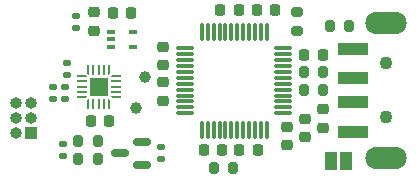
<source format=gbr>
%TF.GenerationSoftware,KiCad,Pcbnew,(7.0.0)*%
%TF.CreationDate,2023-03-08T14:18:51-08:00*%
%TF.ProjectId,ovrdrive,6f767264-7269-4766-952e-6b696361645f,rev?*%
%TF.SameCoordinates,Original*%
%TF.FileFunction,Soldermask,Top*%
%TF.FilePolarity,Negative*%
%FSLAX46Y46*%
G04 Gerber Fmt 4.6, Leading zero omitted, Abs format (unit mm)*
G04 Created by KiCad (PCBNEW (7.0.0)) date 2023-03-08 14:18:51*
%MOMM*%
%LPD*%
G01*
G04 APERTURE LIST*
G04 Aperture macros list*
%AMRoundRect*
0 Rectangle with rounded corners*
0 $1 Rounding radius*
0 $2 $3 $4 $5 $6 $7 $8 $9 X,Y pos of 4 corners*
0 Add a 4 corners polygon primitive as box body*
4,1,4,$2,$3,$4,$5,$6,$7,$8,$9,$2,$3,0*
0 Add four circle primitives for the rounded corners*
1,1,$1+$1,$2,$3*
1,1,$1+$1,$4,$5*
1,1,$1+$1,$6,$7*
1,1,$1+$1,$8,$9*
0 Add four rect primitives between the rounded corners*
20,1,$1+$1,$2,$3,$4,$5,0*
20,1,$1+$1,$4,$5,$6,$7,0*
20,1,$1+$1,$6,$7,$8,$9,0*
20,1,$1+$1,$8,$9,$2,$3,0*%
%AMFreePoly0*
4,1,14,0.289644,0.110355,0.410355,-0.010356,0.425000,-0.045711,0.425000,-0.075000,0.410355,-0.110355,0.375000,-0.125000,-0.375000,-0.125000,-0.410355,-0.110355,-0.425000,-0.075000,-0.425000,0.075000,-0.410355,0.110355,-0.375000,0.125000,0.254289,0.125000,0.289644,0.110355,0.289644,0.110355,$1*%
%AMFreePoly1*
4,1,14,0.410355,0.110355,0.425000,0.075000,0.425000,0.045711,0.410355,0.010356,0.289644,-0.110355,0.254289,-0.125000,-0.375000,-0.125000,-0.410355,-0.110355,-0.425000,-0.075000,-0.425000,0.075000,-0.410355,0.110355,-0.375000,0.125000,0.375000,0.125000,0.410355,0.110355,0.410355,0.110355,$1*%
%AMFreePoly2*
4,1,14,0.110355,0.410355,0.125000,0.375000,0.125000,-0.375000,0.110355,-0.410355,0.075000,-0.425000,-0.075000,-0.425000,-0.110355,-0.410355,-0.125000,-0.375000,-0.125000,0.254289,-0.110355,0.289644,0.010356,0.410355,0.045711,0.425000,0.075000,0.425000,0.110355,0.410355,0.110355,0.410355,$1*%
%AMFreePoly3*
4,1,14,-0.010356,0.410355,0.110355,0.289644,0.125000,0.254289,0.125000,-0.375000,0.110355,-0.410355,0.075000,-0.425000,-0.075000,-0.425000,-0.110355,-0.410355,-0.125000,-0.375000,-0.125000,0.375000,-0.110355,0.410355,-0.075000,0.425000,-0.045711,0.425000,-0.010356,0.410355,-0.010356,0.410355,$1*%
%AMFreePoly4*
4,1,14,0.410355,0.110355,0.425000,0.075000,0.425000,-0.075000,0.410355,-0.110355,0.375000,-0.125000,-0.254289,-0.125000,-0.289644,-0.110355,-0.410355,0.010356,-0.425000,0.045711,-0.425000,0.075000,-0.410355,0.110355,-0.375000,0.125000,0.375000,0.125000,0.410355,0.110355,0.410355,0.110355,$1*%
%AMFreePoly5*
4,1,14,0.410355,0.110355,0.425000,0.075000,0.425000,-0.075000,0.410355,-0.110355,0.375000,-0.125000,-0.375000,-0.125000,-0.410355,-0.110355,-0.425000,-0.075000,-0.425000,-0.045711,-0.410355,-0.010355,-0.289643,0.110355,-0.254289,0.125000,0.375000,0.125000,0.410355,0.110355,0.410355,0.110355,$1*%
%AMFreePoly6*
4,1,14,0.110355,0.410355,0.125000,0.375000,0.125000,-0.254289,0.110355,-0.289644,-0.010356,-0.410355,-0.045711,-0.425000,-0.075000,-0.425000,-0.110355,-0.410355,-0.125000,-0.375000,-0.125000,0.375000,-0.110355,0.410355,-0.075000,0.425000,0.075000,0.425000,0.110355,0.410355,0.110355,0.410355,$1*%
%AMFreePoly7*
4,1,14,0.110355,0.410355,0.125000,0.375000,0.125000,-0.375000,0.110355,-0.410355,0.075000,-0.425000,0.045711,-0.425000,0.010356,-0.410355,-0.110355,-0.289644,-0.125000,-0.254289,-0.125000,0.375000,-0.110355,0.410355,-0.075000,0.425000,0.075000,0.425000,0.110355,0.410355,0.110355,0.410355,$1*%
G04 Aperture macros list end*
%ADD10C,1.000000*%
%ADD11RoundRect,0.218750X-0.256250X0.218750X-0.256250X-0.218750X0.256250X-0.218750X0.256250X0.218750X0*%
%ADD12RoundRect,0.135000X0.185000X-0.135000X0.185000X0.135000X-0.185000X0.135000X-0.185000X-0.135000X0*%
%ADD13RoundRect,0.225000X0.225000X0.250000X-0.225000X0.250000X-0.225000X-0.250000X0.225000X-0.250000X0*%
%ADD14RoundRect,0.200000X-0.200000X-0.275000X0.200000X-0.275000X0.200000X0.275000X-0.200000X0.275000X0*%
%ADD15RoundRect,0.225000X-0.225000X-0.250000X0.225000X-0.250000X0.225000X0.250000X-0.225000X0.250000X0*%
%ADD16RoundRect,0.200000X0.200000X0.275000X-0.200000X0.275000X-0.200000X-0.275000X0.200000X-0.275000X0*%
%ADD17RoundRect,0.225000X-0.250000X0.225000X-0.250000X-0.225000X0.250000X-0.225000X0.250000X0.225000X0*%
%ADD18C,1.100000*%
%ADD19R,2.500000X1.100000*%
%ADD20O,3.500000X1.900000*%
%ADD21R,0.650000X0.400000*%
%ADD22R,1.000000X1.000000*%
%ADD23O,1.000000X1.000000*%
%ADD24RoundRect,0.135000X-0.185000X0.135000X-0.185000X-0.135000X0.185000X-0.135000X0.185000X0.135000X0*%
%ADD25RoundRect,0.150000X0.587500X0.150000X-0.587500X0.150000X-0.587500X-0.150000X0.587500X-0.150000X0*%
%ADD26R,1.000000X1.500000*%
%ADD27RoundRect,0.200000X-0.275000X0.200000X-0.275000X-0.200000X0.275000X-0.200000X0.275000X0.200000X0*%
%ADD28FreePoly0,0.000000*%
%ADD29RoundRect,0.062500X-0.362500X-0.062500X0.362500X-0.062500X0.362500X0.062500X-0.362500X0.062500X0*%
%ADD30FreePoly1,0.000000*%
%ADD31FreePoly2,0.000000*%
%ADD32RoundRect,0.062500X-0.062500X-0.362500X0.062500X-0.362500X0.062500X0.362500X-0.062500X0.362500X0*%
%ADD33FreePoly3,0.000000*%
%ADD34FreePoly4,0.000000*%
%ADD35FreePoly5,0.000000*%
%ADD36FreePoly6,0.000000*%
%ADD37FreePoly7,0.000000*%
%ADD38R,1.600000X1.600000*%
%ADD39RoundRect,0.225000X0.250000X-0.225000X0.250000X0.225000X-0.250000X0.225000X-0.250000X-0.225000X0*%
%ADD40RoundRect,0.075000X-0.075000X0.662500X-0.075000X-0.662500X0.075000X-0.662500X0.075000X0.662500X0*%
%ADD41RoundRect,0.075000X-0.662500X0.075000X-0.662500X-0.075000X0.662500X-0.075000X0.662500X0.075000X0*%
G04 APERTURE END LIST*
D10*
%TO.C,TP1*%
X121000000Y-105700000D03*
%TD*%
D11*
%TO.C,D1*%
X117450000Y-97612500D03*
X117450000Y-99187500D03*
%TD*%
D12*
%TO.C,R12*%
X123052500Y-110000000D03*
X123052500Y-108980000D03*
%TD*%
D13*
%TO.C,C17*%
X129675000Y-97400000D03*
X128125000Y-97400000D03*
%TD*%
D14*
%TO.C,R13*%
X116075000Y-110000000D03*
X117725000Y-110000000D03*
%TD*%
D15*
%TO.C,C7*%
X131225000Y-97400000D03*
X132775000Y-97400000D03*
%TD*%
D13*
%TO.C,C18*%
X120575000Y-97700000D03*
X119025000Y-97700000D03*
%TD*%
D16*
%TO.C,R4*%
X136825000Y-102700000D03*
X135175000Y-102700000D03*
%TD*%
%TO.C,R5*%
X139050000Y-98800000D03*
X137400000Y-98800000D03*
%TD*%
D17*
%TO.C,C6*%
X135300000Y-106625000D03*
X135300000Y-108175000D03*
%TD*%
D12*
%TO.C,R7*%
X114925000Y-104910000D03*
X114925000Y-103890000D03*
%TD*%
D18*
%TO.C,J1*%
X142100000Y-101900000D03*
X142100000Y-106500000D03*
D19*
X139349999Y-100699999D03*
X139349999Y-103199999D03*
X139349999Y-105199999D03*
X139349999Y-107699999D03*
D20*
X142099999Y-98499999D03*
X142099999Y-109899999D03*
%TD*%
D17*
%TO.C,C10*%
X123300000Y-103525000D03*
X123300000Y-105075000D03*
%TD*%
D21*
%TO.C,U4*%
X118849999Y-99249999D03*
X118849999Y-99899999D03*
X118849999Y-100549999D03*
X120749999Y-100549999D03*
X120749999Y-99249999D03*
%TD*%
D22*
%TO.C,J3*%
X112069999Y-107799999D03*
D23*
X110799999Y-107799999D03*
X112069999Y-106529999D03*
X110799999Y-106529999D03*
X112069999Y-105259999D03*
X110799999Y-105259999D03*
%TD*%
D24*
%TO.C,R1*%
X115100000Y-101890000D03*
X115100000Y-102910000D03*
%TD*%
D13*
%TO.C,C8*%
X128275000Y-109300000D03*
X126725000Y-109300000D03*
%TD*%
D25*
%TO.C,Q1*%
X121500000Y-110500000D03*
X121500000Y-108600000D03*
X119625000Y-109550000D03*
%TD*%
D10*
%TO.C,TP2*%
X121700000Y-103100000D03*
%TD*%
D17*
%TO.C,C9*%
X136800000Y-105825000D03*
X136800000Y-107375000D03*
%TD*%
D26*
%TO.C,JP2*%
X138749999Y-110199999D03*
X137449999Y-110199999D03*
%TD*%
D12*
%TO.C,R9*%
X115900000Y-98910000D03*
X115900000Y-97890000D03*
%TD*%
D16*
%TO.C,R3*%
X136825000Y-104200000D03*
X135175000Y-104200000D03*
%TD*%
D27*
%TO.C,R10*%
X134600000Y-97575000D03*
X134600000Y-99225000D03*
%TD*%
D12*
%TO.C,R2*%
X114800000Y-109810000D03*
X114800000Y-108790000D03*
%TD*%
D13*
%TO.C,C4*%
X118700000Y-106800000D03*
X117150000Y-106800000D03*
%TD*%
D15*
%TO.C,C12*%
X129725000Y-109300000D03*
X131275000Y-109300000D03*
%TD*%
D28*
%TO.C,U3*%
X116375000Y-103000000D03*
D29*
X116375000Y-103450000D03*
X116375000Y-103900000D03*
X116375000Y-104350000D03*
D30*
X116375000Y-104800000D03*
D31*
X116925000Y-105350000D03*
D32*
X117375000Y-105350000D03*
X117825000Y-105350000D03*
X118275000Y-105350000D03*
D33*
X118725000Y-105350000D03*
D34*
X119275000Y-104800000D03*
D29*
X119275000Y-104350000D03*
X119275000Y-103900000D03*
X119275000Y-103450000D03*
D35*
X119275000Y-103000000D03*
D36*
X118725000Y-102450000D03*
D32*
X118275000Y-102450000D03*
X117825000Y-102450000D03*
X117375000Y-102450000D03*
D37*
X116925000Y-102450000D03*
D38*
X117824999Y-103899999D03*
%TD*%
D16*
%TO.C,TH1*%
X116075000Y-108500000D03*
X117725000Y-108500000D03*
%TD*%
D17*
%TO.C,C5*%
X133800000Y-107325000D03*
X133800000Y-108875000D03*
%TD*%
D39*
%TO.C,C11*%
X123300000Y-102075000D03*
X123300000Y-100525000D03*
%TD*%
D15*
%TO.C,C13*%
X135225000Y-101200000D03*
X136775000Y-101200000D03*
%TD*%
D16*
%TO.C,R6*%
X129225000Y-110800000D03*
X127575000Y-110800000D03*
%TD*%
D24*
%TO.C,R8*%
X113925000Y-103890000D03*
X113925000Y-104910000D03*
%TD*%
D40*
%TO.C,U1*%
X132050000Y-99237500D03*
X131550000Y-99237500D03*
X131050000Y-99237500D03*
X130550000Y-99237500D03*
X130050000Y-99237500D03*
X129550000Y-99237500D03*
X129050000Y-99237500D03*
X128550000Y-99237500D03*
X128050000Y-99237500D03*
X127550000Y-99237500D03*
X127050000Y-99237500D03*
X126550000Y-99237500D03*
D41*
X125137500Y-100650000D03*
X125137500Y-101150000D03*
X125137500Y-101650000D03*
X125137500Y-102150000D03*
X125137500Y-102650000D03*
X125137500Y-103150000D03*
X125137500Y-103650000D03*
X125137500Y-104150000D03*
X125137500Y-104650000D03*
X125137500Y-105150000D03*
X125137500Y-105650000D03*
X125137500Y-106150000D03*
D40*
X126550000Y-107562500D03*
X127050000Y-107562500D03*
X127550000Y-107562500D03*
X128050000Y-107562500D03*
X128550000Y-107562500D03*
X129050000Y-107562500D03*
X129550000Y-107562500D03*
X130050000Y-107562500D03*
X130550000Y-107562500D03*
X131050000Y-107562500D03*
X131550000Y-107562500D03*
X132050000Y-107562500D03*
D41*
X133462500Y-106150000D03*
X133462500Y-105650000D03*
X133462500Y-105150000D03*
X133462500Y-104650000D03*
X133462500Y-104150000D03*
X133462500Y-103650000D03*
X133462500Y-103150000D03*
X133462500Y-102650000D03*
X133462500Y-102150000D03*
X133462500Y-101650000D03*
X133462500Y-101150000D03*
X133462500Y-100650000D03*
%TD*%
M02*

</source>
